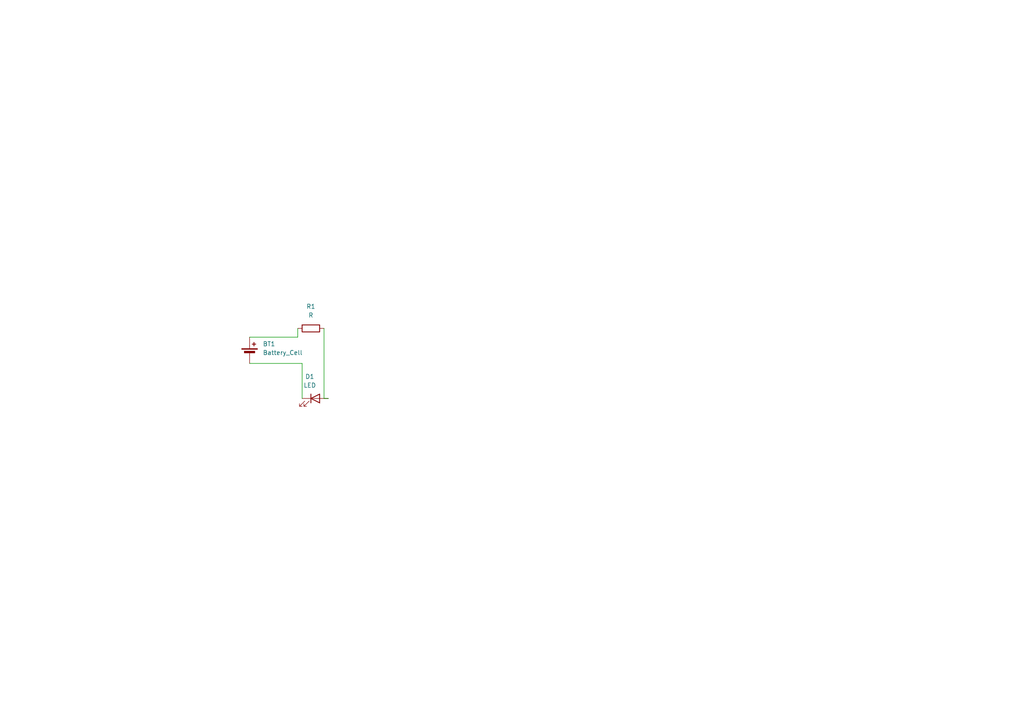
<source format=kicad_sch>
(kicad_sch (version 20231120) (generator "eeschema") (generator_version "8.0")
  (paper "A4")
  (title_block (title "First Project") (date "2024-10-08") (rev "1.0"))
  (lib_symbols
    (symbol "Device:Battery_Cell" (pin_numbers hide) (pin_names (offset 0) hide)
      (property "Reference" "BT" (at 2.54 2.54 0))
      (property "Value" "Battery_Cell" (at 2.54 0 0))
      (symbol "Battery_Cell_0_1"
        (rectangle (start -2.286 1.778) (end 2.286 1.524) (fill (type outline)))
        (rectangle (start -1.524 1.016) (end 1.524 0.508) (fill (type outline)))
        (polyline (pts (xy 0 0.762) (xy 0 0)))
        (polyline (pts (xy 0 1.778) (xy 0 2.54)))
        (polyline (pts (xy 0.762 3.048) (xy 1.778 3.048)) (stroke (width 0.254)))
        (polyline (pts (xy 1.27 3.556) (xy 1.27 2.54)) (stroke (width 0.254)))
      )
      (symbol "Battery_Cell_1_1"
        (pin passive line (at 0 5.08 270) (length 2.54) (name "+") (number "1"))
        (pin passive line (at 0 -2.54 90) (length 2.54) (name "-") (number "2"))
      )
    )
    (symbol "Device:LED" (pin_numbers hide) (pin_names (offset 1.016) hide)
      (property "Reference" "D" (at 0 2.54 0))
      (property "Value" "LED" (at 0 -2.54 0))
      (symbol "LED_0_1"
        (polyline (pts (xy -1.27 -1.27) (xy -1.27 1.27)) (stroke (width 0.254)))
        (polyline (pts (xy -1.27 0) (xy 1.27 0)))
        (polyline (pts (xy 1.27 -1.27) (xy 1.27 1.27) (xy -1.27 0) (xy 1.27 -1.27)) (stroke (width 0.254)))
        (polyline (pts (xy -3.048 -0.762) (xy -4.572 -2.286) (xy -3.81 -2.286) (xy -4.572 -2.286) (xy -4.572 -1.524)))
        (polyline (pts (xy -1.778 -0.762) (xy -3.302 -2.286) (xy -2.54 -2.286) (xy -3.302 -2.286) (xy -3.302 -1.524)))
      )
      (symbol "LED_1_1"
        (pin passive line (at -3.81 0 0) (length 2.54) (name "K") (number "1"))
        (pin passive line (at 3.81 0 180) (length 2.54) (name "A") (number "2"))
      )
    )
    (symbol "Device:R" (pin_numbers hide) (pin_names (offset 0))
      (property "Reference" "R" (at 2.032 0 90))
      (property "Value" "R" (at 0 0 90))
      (symbol "R_0_1"
        (rectangle (start -1.016 -2.54) (end 1.016 2.54) (stroke (width 0.254)))
      )
      (symbol "R_1_1"
        (pin passive line (at 0 3.81 270) (length 1.27) (name "~") (number "1"))
        (pin passive line (at 0 -3.81 90) (length 1.27) (name "~") (number "2"))
      )
    )
  )
  (wire (pts (xy 86.36 97.79) (xy 86.36 95.25)))
  (wire (pts (xy 72.39 97.79) (xy 86.36 97.79)))
  (wire (pts (xy 87.63 105.41) (xy 72.39 105.41)))
  (wire (pts (xy 93.98 115.57) (xy 95.25 115.57)))
  (wire (pts (xy 87.63 115.57) (xy 87.63 105.41)))
  (wire (pts (xy 93.98 95.25) (xy 93.98 115.57)))
  (symbol (lib_id "Device:Battery_Cell") (at 72.39 102.87 0) (unit 1)
    (property "Reference" "BT1" (at 76.2 99.7584 0) (effects (justify left)))
    (property "Value" "Battery_Cell" (at 76.2 102.2984 0) (effects (justify left)))
    (property "Footprint" "FS_3_Global_Footprint_Library:MS621FE-FL11E_SEC" (effects (hide yes)))
    (property "Description" "Single-cell battery" (effects (hide yes)))
  )
  (symbol (lib_id "Device:R") (at 90.17 95.25 90) (unit 1)
    (property "Reference" "R1" (at 90.17 88.9 90))
    (property "Value" "R" (at 90.17 91.44 90))
    (property "Footprint" "Resistor_SMD:R_0805_2012Metric_Pad1.20x1.40mm_HandSolder" (effects (hide yes)))
    (property "Description" "Resistor" (effects (hide yes)))
  )
  (symbol (lib_id "Device:LED") (at 91.44 115.57 0) (unit 1)
    (property "Reference" "D1" (at 89.8525 109.22 0))
    (property "Value" "LED" (at 89.8525 111.76 0))
    (property "Footprint" "LED_SMD:LED_0805_2012Metric_Pad1.15x1.40mm_HandSolder" (effects (hide yes)))
    (property "Description" "Light emitting diode" (effects (hide yes)))
  )
)
</source>
